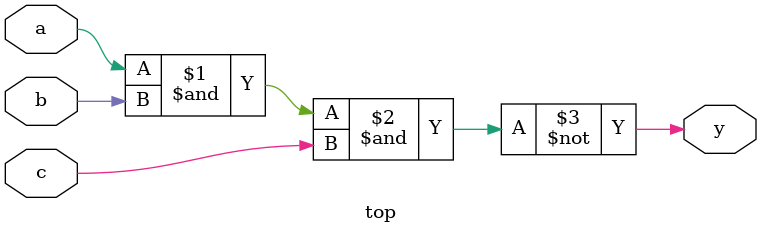
<source format=v>

module top (a, b, c, y);
input a, b, c;
output y;

nand (y, a, b, c);

endmodule

</source>
